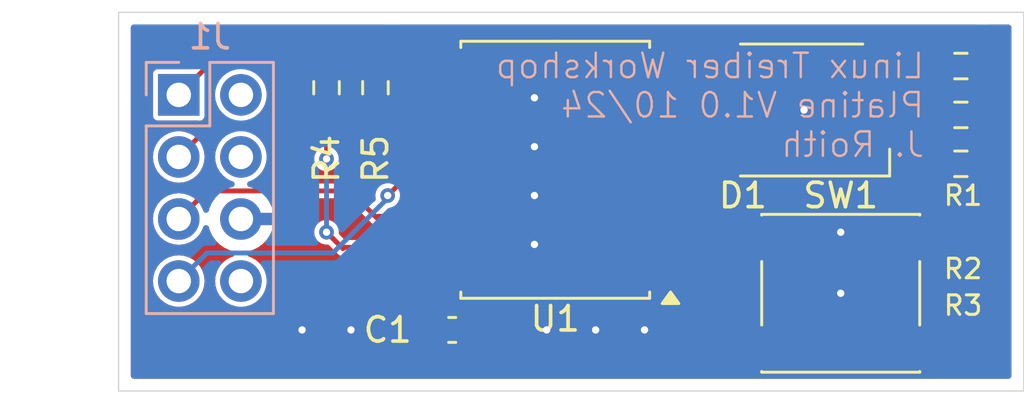
<source format=kicad_pcb>
(kicad_pcb (version 20240108) (generator "pcbnew") (generator_version "8.0")
  (layers (0 "F.Cu" signal) (31 "B.Cu" signal) (34 "B.Paste" user) (35 "F.Paste" user) (36 "B.SilkS" user "B.Silkscreen") (37 "F.SilkS" user "F.Silkscreen") (38 "B.Mask" user) (39 "F.Mask" user) (44 "Edge.Cuts" user))
  (net 0 "")
  (net 1 "GND")
  (net 2 "+3V3")
  (net 3 "Net-(D1-AB)")
  (net 4 "Net-(D1-AR)")
  (net 5 "Net-(D1-KB)")
  (net 6 "Net-(D1-AG)")
  (net 7 "Net-(D1-KG)")
  (net 8 "Net-(D1-KR)")
  (net 10 "SCL")
  (net 11 "SDA")
  (net 12 "~{INT}")
  (net 18 "Net-(U1-P0)")
  (footprint "LED_SMD:LED_RGB_5050-6" (layer "F.Cu") (at 140.42 93 180)
    (property "Reference" "D1" (at 2.4 -3.5 0) (layer "F.SilkS"))
    (property "Value" "ESS-5050RGBC-T3")
    (fp_line (start 2.5 2.7) (end -2.5 2.7) (stroke (width 0.12)) (layer "F.SilkS"))
    (fp_line (start -3.6 -1.6) (end -3.6 -2.7) (stroke (width 0.12)) (layer "F.SilkS"))
    (fp_line (start -3.6 -2.7) (end 2.5 -2.7) (stroke (width 0.12)) (layer "F.SilkS"))
    (pad "1" smd rect (at -2.4 -1.7 270) (size 1.1 2) (layers "F.Cu" "F.Paste" "F.Mask") (net 5 "Net-(D1-KB)"))
    (pad "2" smd rect (at -2.4 0 270) (size 1.1 2) (layers "F.Cu" "F.Paste" "F.Mask") (net 7 "Net-(D1-KG)"))
    (pad "3" smd rect (at -2.4 1.7 270) (size 1.1 2) (layers "F.Cu" "F.Paste" "F.Mask") (net 8 "Net-(D1-KR)"))
    (pad "4" smd rect (at 2.4 1.7 270) (size 1.1 2) (layers "F.Cu" "F.Paste" "F.Mask") (net 4 "Net-(D1-AR)"))
    (pad "5" smd rect (at 2.4 0 270) (size 1.1 2) (layers "F.Cu" "F.Paste" "F.Mask") (net 6 "Net-(D1-AG)"))
    (pad "6" smd rect (at 2.4 -1.7 270) (size 1.1 2) (layers "F.Cu" "F.Paste" "F.Mask") (net 3 "Net-(D1-AB)"))
  )
  (footprint "Resistor_SMD:R_0603_1608Metric_Pad0.98x0.95mm_HandSolder" (layer "F.Cu") (at 146.9325 93.2 180)
    (property "Reference" "R2" (at -0.0875 -6.3 0) (layer "F.SilkS") (effects (font (size 0.8 0.8) (thickness 0.125))))
    (property "Value" "470")
    (fp_line (start -0.254724 0.5225) (end 0.254724 0.5225) (stroke (width 0.12)) (layer "F.SilkS"))
    (fp_line (start -0.254724 -0.5225) (end 0.254724 -0.5225) (stroke (width 0.12)) (layer "F.SilkS"))
    (pad "1" smd roundrect (at -0.9125 0 180) (size 0.975 0.95) (layers "F.Cu" "F.Paste" "F.Mask") (net 2 "+3V3"))
    (pad "2" smd roundrect (at 0.9125 0 180) (size 0.975 0.95) (layers "F.Cu" "F.Paste" "F.Mask") (net 7 "Net-(D1-KG)"))
  )
  (footprint "Resistor_SMD:R_0603_1608Metric_Pad0.98x0.95mm_HandSolder" (layer "F.Cu") (at 123 92.0875 -90)
    (property "Reference" "R5" (at 2.9125 0 90) (layer "F.SilkS"))
    (property "Value" "10k")
    (fp_line (start -0.254724 0.5225) (end 0.254724 0.5225) (stroke (width 0.12)) (layer "F.SilkS"))
    (fp_line (start -0.254724 -0.5225) (end 0.254724 -0.5225) (stroke (width 0.12)) (layer "F.SilkS"))
    (pad "1" smd roundrect (at -0.9125 0 270) (size 0.975 0.95) (layers "F.Cu" "F.Paste" "F.Mask") (net 2 "+3V3"))
    (pad "2" smd roundrect (at 0.9125 0 270) (size 0.975 0.95) (layers "F.Cu" "F.Paste" "F.Mask") (net 10 "SCL"))
  )
  (footprint "Resistor_SMD:R_0603_1608Metric_Pad0.98x0.95mm_HandSolder" (layer "F.Cu") (at 146.9325 91.2 180)
    (property "Reference" "R1" (at -0.0875 -5.3 0) (layer "F.SilkS") (effects (font (size 0.8 0.8) (thickness 0.125))))
    (property "Value" "470")
    (fp_line (start -0.254724 0.5225) (end 0.254724 0.5225) (stroke (width 0.12)) (layer "F.SilkS"))
    (fp_line (start -0.254724 -0.5225) (end 0.254724 -0.5225) (stroke (width 0.12)) (layer "F.SilkS"))
    (pad "1" smd roundrect (at -0.9125 0 180) (size 0.975 0.95) (layers "F.Cu" "F.Paste" "F.Mask") (net 2 "+3V3"))
    (pad "2" smd roundrect (at 0.9125 0 180) (size 0.975 0.95) (layers "F.Cu" "F.Paste" "F.Mask") (net 8 "Net-(D1-KR)"))
  )
  (footprint "Button_Switch_SMD:SW_SPST_PTS645" (layer "F.Cu") (at 142.02 100.5)
    (property "Reference" "SW1" (at 0 -4 0) (layer "F.SilkS"))
    (property "Value" "SW_Push")
    (fp_line (start -3.23 -3.23) (end 3.23 -3.23) (stroke (width 0.12)) (layer "F.SilkS"))
    (fp_line (start -3.23 -3.2) (end -3.23 -3.23) (stroke (width 0.12)) (layer "F.SilkS"))
    (fp_line (start -3.23 -1.3) (end -3.23 1.3) (stroke (width 0.12)) (layer "F.SilkS"))
    (fp_line (start -3.23 3.23) (end -3.23 3.2) (stroke (width 0.12)) (layer "F.SilkS"))
    (fp_line (start -3.23 3.23) (end 3.23 3.23) (stroke (width 0.12)) (layer "F.SilkS"))
    (fp_line (start 3.23 -3.23) (end 3.23 -3.2) (stroke (width 0.12)) (layer "F.SilkS"))
    (fp_line (start 3.23 -1.3) (end 3.23 1.3) (stroke (width 0.12)) (layer "F.SilkS"))
    (fp_line (start 3.23 3.23) (end 3.23 3.2) (stroke (width 0.12)) (layer "F.SilkS"))
    (pad "1" smd rect (at -3.98 -2.25) (size 1.55 1.3) (layers "F.Cu" "F.Paste" "F.Mask") (net 1 "GND"))
    (pad "1" smd rect (at 3.98 -2.25) (size 1.55 1.3) (layers "F.Cu" "F.Paste" "F.Mask") (net 1 "GND"))
    (pad "2" smd rect (at -3.98 2.25) (size 1.55 1.3) (layers "F.Cu" "F.Paste" "F.Mask") (net 18 "Net-(U1-P0)"))
    (pad "2" smd rect (at 3.98 2.25) (size 1.55 1.3) (layers "F.Cu" "F.Paste" "F.Mask") (net 18 "Net-(U1-P0)"))
  )
  (footprint "Resistor_SMD:R_0603_1608Metric_Pad0.98x0.95mm_HandSolder" (layer "F.Cu") (at 121 92.0875 -90)
    (property "Reference" "R4" (at 2.9125 0 90) (layer "F.SilkS"))
    (property "Value" "10k")
    (fp_line (start -0.254724 0.5225) (end 0.254724 0.5225) (stroke (width 0.12)) (layer "F.SilkS"))
    (fp_line (start -0.254724 -0.5225) (end 0.254724 -0.5225) (stroke (width 0.12)) (layer "F.SilkS"))
    (pad "1" smd roundrect (at -0.9125 0 270) (size 0.975 0.95) (layers "F.Cu" "F.Paste" "F.Mask") (net 2 "+3V3"))
    (pad "2" smd roundrect (at 0.9125 0 270) (size 0.975 0.95) (layers "F.Cu" "F.Paste" "F.Mask") (net 11 "SDA"))
  )
  (footprint "Package_SO:SOIC-16W_7.5x10.3mm_P1.27mm" (layer "F.Cu") (at 130.35 95.445 180)
    (property "Reference" "U1" (at 0 -6.1 180) (layer "F.SilkS"))
    (property "Value" "PCF8574")
    (fp_line (start 3.86 5.26) (end 3.86 5.005) (stroke (width 0.12)) (layer "F.SilkS"))
    (fp_line (start 3.86 -5.26) (end 3.86 -5.005) (stroke (width 0.12)) (layer "F.SilkS"))
    (fp_line (start 0 5.26) (end 3.86 5.26) (stroke (width 0.12)) (layer "F.SilkS"))
    (fp_line (start 0 5.26) (end -3.86 5.26) (stroke (width 0.12)) (layer "F.SilkS"))
    (fp_line (start 0 -5.26) (end 3.86 -5.26) (stroke (width 0.12)) (layer "F.SilkS"))
    (fp_line (start 0 -5.26) (end -3.86 -5.26) (stroke (width 0.12)) (layer "F.SilkS"))
    (fp_line (start -3.86 5.26) (end -3.86 5.005) (stroke (width 0.12)) (layer "F.SilkS"))
    (fp_line (start -3.86 -5.26) (end -3.86 -5.005) (stroke (width 0.12)) (layer "F.SilkS"))
    (fp_poly (pts (xy -4.7125 -5.005) (xy -5.0525 -5.475) (xy -4.3725 -5.475) (xy -4.7125 -5.005)) (stroke (width 0.12)) (fill solid) (layer "F.SilkS"))
    (pad "1" smd roundrect (at -4.65 -4.445 180) (size 2.05 0.6) (layers "F.Cu" "F.Paste" "F.Mask") (net 1 "GND"))
    (pad "2" smd roundrect (at -4.65 -3.175 180) (size 2.05 0.6) (layers "F.Cu" "F.Paste" "F.Mask") (net 1 "GND"))
    (pad "3" smd roundrect (at -4.65 -1.905 180) (size 2.05 0.6) (layers "F.Cu" "F.Paste" "F.Mask") (net 1 "GND"))
    (pad "4" smd roundrect (at -4.65 -0.635 180) (size 2.05 0.6) (layers "F.Cu" "F.Paste" "F.Mask") (net 18 "Net-(U1-P0)"))
    (pad "5" smd roundrect (at -4.65 0.635 180) (size 2.05 0.6) (layers "F.Cu" "F.Paste" "F.Mask") (net 3 "Net-(D1-AB)"))
    (pad "6" smd roundrect (at -4.65 1.905 180) (size 2.05 0.6) (layers "F.Cu" "F.Paste" "F.Mask") (net 6 "Net-(D1-AG)"))
    (pad "7" smd roundrect (at -4.65 3.175 180) (size 2.05 0.6) (layers "F.Cu" "F.Paste" "F.Mask") (net 4 "Net-(D1-AR)"))
    (pad "8" smd roundrect (at -4.65 4.445 180) (size 2.05 0.6) (layers "F.Cu" "F.Paste" "F.Mask") (net 1 "GND"))
    (pad "9" smd roundrect (at 4.65 4.445 180) (size 2.05 0.6) (layers "F.Cu" "F.Paste" "F.Mask"))
    (pad "10" smd roundrect (at 4.65 3.175 180) (size 2.05 0.6) (layers "F.Cu" "F.Paste" "F.Mask"))
    (pad "11" smd roundrect (at 4.65 1.905 180) (size 2.05 0.6) (layers "F.Cu" "F.Paste" "F.Mask"))
    (pad "12" smd roundrect (at 4.65 0.635 180) (size 2.05 0.6) (layers "F.Cu" "F.Paste" "F.Mask"))
    (pad "13" smd roundrect (at 4.65 -0.635 180) (size 2.05 0.6) (layers "F.Cu" "F.Paste" "F.Mask") (net 12 "~{INT}"))
    (pad "14" smd roundrect (at 4.65 -1.905 180) (size 2.05 0.6) (layers "F.Cu" "F.Paste" "F.Mask") (net 10 "SCL"))
    (pad "15" smd roundrect (at 4.65 -3.175 180) (size 2.05 0.6) (layers "F.Cu" "F.Paste" "F.Mask") (net 11 "SDA"))
    (pad "16" smd roundrect (at 4.65 -4.445 180) (size 2.05 0.6) (layers "F.Cu" "F.Paste" "F.Mask") (net 2 "+3V3"))
  )
  (footprint "Resistor_SMD:R_0603_1608Metric_Pad0.98x0.95mm_HandSolder" (layer "F.Cu") (at 146.9325 95.2 180)
    (property "Reference" "R3" (at -0.0875 -5.8 0) (layer "F.SilkS") (effects (font (size 0.8 0.8) (thickness 0.125))))
    (property "Value" "470")
    (fp_line (start -0.254724 0.5225) (end 0.254724 0.5225) (stroke (width 0.12)) (layer "F.SilkS"))
    (fp_line (start -0.254724 -0.5225) (end 0.254724 -0.5225) (stroke (width 0.12)) (layer "F.SilkS"))
    (pad "1" smd roundrect (at -0.9125 0 180) (size 0.975 0.95) (layers "F.Cu" "F.Paste" "F.Mask") (net 2 "+3V3"))
    (pad "2" smd roundrect (at 0.9125 0 180) (size 0.975 0.95) (layers "F.Cu" "F.Paste" "F.Mask") (net 5 "Net-(D1-KB)"))
  )
  (footprint "Capacitor_SMD:C_0603_1608Metric_Pad1.08x0.95mm_HandSolder" (layer "F.Cu") (at 126.1375 102)
    (property "Reference" "C1" (at -2.6375 0 0) (layer "F.SilkS"))
    (property "Value" "100nF")
    (fp_line (start -0.146267 -0.51) (end 0.146267 -0.51) (stroke (width 0.12)) (layer "F.SilkS"))
    (fp_line (start -0.146267 0.51) (end 0.146267 0.51) (stroke (width 0.12)) (layer "F.SilkS"))
    (pad "1" smd roundrect (at -0.8625 0) (size 1.075 0.95) (layers "F.Cu" "F.Paste" "F.Mask") (net 2 "+3V3"))
    (pad "2" smd roundrect (at 0.8625 0) (size 1.075 0.95) (layers "F.Cu" "F.Paste" "F.Mask") (net 1 "GND"))
  )
  (footprint "Connector_PinSocket_2.54mm:PinSocket_2x04_P2.54mm_Vertical" (layer "B.Cu") (at 114.96 92.38 180)
    (property "Reference" "J1" (at -1.27 2.38 0) (layer "B.SilkS") (effects (justify mirror)))
    (property "Value" "Conn_02x04_Odd_Even")
    (fp_line (start 1.33 1.33) (end 0 1.33) (stroke (width 0.12)) (layer "B.SilkS"))
    (fp_line (start 1.33 0) (end 1.33 1.33) (stroke (width 0.12)) (layer "B.SilkS"))
    (fp_line (start 1.33 -1.27) (end -1.27 -1.27) (stroke (width 0.12)) (layer "B.SilkS"))
    (fp_line (start 1.33 -8.95) (end 1.33 -1.27) (stroke (width 0.12)) (layer "B.SilkS"))
    (fp_line (start 1.33 -8.95) (end -3.87 -8.95) (stroke (width 0.12)) (layer "B.SilkS"))
    (fp_line (start -1.27 1.33) (end -3.87 1.33) (stroke (width 0.12)) (layer "B.SilkS"))
    (fp_line (start -1.27 -1.27) (end -1.27 1.33) (stroke (width 0.12)) (layer "B.SilkS"))
    (fp_line (start -3.87 -8.95) (end -3.87 1.33) (stroke (width 0.12)) (layer "B.SilkS"))
    (pad "1" thru_hole rect (at 0 0 180) (size 1.7 1.7) (drill 1) (layers "*.Cu" "*.Mask") (net 2 "+3V3"))
    (pad "2" thru_hole oval (at -2.54 0 180) (size 1.7 1.7) (drill 1) (layers "*.Cu" "*.Mask"))
    (pad "3" thru_hole oval (at 0 -2.54 180) (size 1.7 1.7) (drill 1) (layers "*.Cu" "*.Mask") (net 11 "SDA"))
    (pad "4" thru_hole oval (at -2.54 -2.54 180) (size 1.7 1.7) (drill 1) (layers "*.Cu" "*.Mask"))
    (pad "5" thru_hole oval (at 0 -5.08 180) (size 1.7 1.7) (drill 1) (layers "*.Cu" "*.Mask") (net 10 "SCL"))
    (pad "6" thru_hole oval (at -2.54 -5.08 180) (size 1.7 1.7) (drill 1) (layers "*.Cu" "*.Mask") (net 1 "GND"))
    (pad "7" thru_hole oval (at 0 -7.62 180) (size 1.7 1.7) (drill 1) (layers "*.Cu" "*.Mask") (net 12 "~{INT}"))
    (pad "8" thru_hole oval (at -2.54 -7.62 180) (size 1.7 1.7) (drill 1) (layers "*.Cu" "*.Mask"))
  )
  (gr_rect (start 112.5 89) (end 149.5 104.5) (stroke (width 0.05)) (fill none) (layer "Edge.Cuts"))
  (gr_text "Linux Treiber Workshop\nPlatine V1.0 10/24\nJ. Roith" (at 145.5 95 0) (layer "B.SilkS") (effects (font (size 1 1) (thickness 0.1)) (justify left bottom mirror)))
  (segment (start 120 98.5) (end 120 102) (width 0.2) (layer "F.Cu") (net 1))
  (segment (start 117.5 97.46) (end 118.96 97.46) (width 0.2) (layer "F.Cu") (net 1))
  (segment (start 118.96 97.46) (end 120 98.5) (width 0.2) (layer "F.Cu") (net 1))
  (via (at 122 102) (size 0.6) (drill 0.3) (layers "F.Cu" "B.Cu") (net 1))
  (via (at 130 102) (size 0.6) (drill 0.3) (layers "F.Cu" "B.Cu") (net 1))
  (via (at 129.5 92.5) (size 0.6) (drill 0.3) (layers "F.Cu" "B.Cu") (net 1))
  (via (at 132 102) (size 0.6) (drill 0.3) (layers "F.Cu" "B.Cu") (net 1))
  (via (at 142.02 98) (size 0.6) (drill 0.3) (layers "F.Cu" "B.Cu") (net 1))
  (via (at 120 102) (size 0.6) (drill 0.3) (layers "F.Cu" "B.Cu") (net 1))
  (via (at 129.5 98.5) (size 0.6) (drill 0.3) (layers "F.Cu" "B.Cu") (net 1))
  (via (at 134 102) (size 0.6) (drill 0.3) (layers "F.Cu" "B.Cu") (net 1))
  (via (at 129.5 94.5) (size 0.6) (drill 0.3) (layers "F.Cu" "B.Cu") (net 1))
  (via (at 142.02 100.5) (size 0.6) (drill 0.3) (layers "F.Cu" "B.Cu") (net 1))
  (via (at 129.5 96.5) (size 0.6) (drill 0.3) (layers "F.Cu" "B.Cu") (net 1))
  (via (at 140.52 93) (size 0.6) (drill 0.3) (layers "F.Cu" "B.Cu") (net 1))
  (segment (start 128 99.5) (end 128 90) (width 0.2) (layer "F.Cu") (net 2))
  (segment (start 125.275 100.315) (end 125.275 102) (width 0.2) (layer "F.Cu") (net 2))
  (segment (start 121 91.175) (end 116.165 91.175) (width 0.2) (layer "F.Cu") (net 2))
  (segment (start 116.165 91.175) (end 114.96 92.38) (width 0.2) (layer "F.Cu") (net 2))
  (segment (start 123 91.175) (end 123 90.6) (width 0.2) (layer "F.Cu") (net 2))
  (segment (start 125.7 99.89) (end 127.61 99.89) (width 0.2) (layer "F.Cu") (net 2))
  (segment (start 147.5 89.6) (end 127.6 89.6) (width 0.2) (layer "F.Cu") (net 2))
  (segment (start 124 89.6) (end 127.6 89.6) (width 0.2) (layer "F.Cu") (net 2))
  (segment (start 147.845 95.2) (end 147.845 93.2) (width 0.2) (layer "F.Cu") (net 2))
  (segment (start 125.5375 101.7375) (end 125.275 102) (width 0.2) (layer "F.Cu") (net 2))
  (segment (start 128 90) (end 127.6 89.6) (width 0.2) (layer "F.Cu") (net 2))
  (segment (start 125.7 99.89) (end 125.275 100.315) (width 0.2) (layer "F.Cu") (net 2))
  (segment (start 127.61 99.89) (end 128 99.5) (width 0.2) (layer "F.Cu") (net 2))
  (segment (start 147.845 91.2) (end 147.845 89.945) (width 0.2) (layer "F.Cu") (net 2))
  (segment (start 123 91.175) (end 121 91.175) (width 0.2) (layer "F.Cu") (net 2))
  (segment (start 147.845 91.2) (end 147.845 93.2) (width 0.2) (layer "F.Cu") (net 2))
  (segment (start 123 90.6) (end 124 89.6) (width 0.2) (layer "F.Cu") (net 2))
  (segment (start 147.845 89.945) (end 147.5 89.6) (width 0.2) (layer "F.Cu") (net 2))
  (segment (start 135.11 94.7) (end 135 94.81) (width 0.2) (layer "F.Cu") (net 3))
  (segment (start 138.02 94.7) (end 135.11 94.7) (width 0.2) (layer "F.Cu") (net 3))
  (segment (start 136.994999 91.3) (end 138.02 91.3) (width 0.2) (layer "F.Cu") (net 4))
  (segment (start 135 92.27) (end 136.024999 92.27) (width 0.2) (layer "F.Cu") (net 4))
  (segment (start 136.024999 92.27) (end 136.994999 91.3) (width 0.2) (layer "F.Cu") (net 4))
  (segment (start 145.52 94.7) (end 146.02 95.2) (width 0.2) (layer "F.Cu") (net 5))
  (segment (start 142.82 94.7) (end 145.52 94.7) (width 0.2) (layer "F.Cu") (net 5))
  (segment (start 137.48 93.54) (end 138.02 93) (width 0.2) (layer "F.Cu") (net 6))
  (segment (start 135 93.54) (end 137.48 93.54) (width 0.2) (layer "F.Cu") (net 6))
  (segment (start 145.82 93) (end 146.02 93.2) (width 0.2) (layer "F.Cu") (net 7))
  (segment (start 142.82 93) (end 145.82 93) (width 0.2) (layer "F.Cu") (net 7))
  (segment (start 142.92 91.2) (end 142.82 91.3) (width 0.2) (layer "F.Cu") (net 8))
  (segment (start 146.02 91.2) (end 142.92 91.2) (width 0.2) (layer "F.Cu") (net 8))
  (segment (start 123.1 97.35) (end 123.045 97.405) (width 0.2) (layer "F.Cu") (net 10))
  (segment (start 125.7 97.35) (end 123.1 97.35) (width 0.2) (layer "F.Cu") (net 10))
  (segment (start 122.07 96.43) (end 123 95.5) (width 0.2) (layer "F.Cu") (net 10))
  (segment (start 123 95.5) (end 123 93) (width 0.2) (layer "F.Cu") (net 10))
  (segment (start 121.95 96.31) (end 122.07 96.43) (width 0.2) (layer "F.Cu") (net 10))
  (segment (start 114.96 97.46) (end 116.11 96.31) (width 0.2) (layer "F.Cu") (net 10))
  (segment (start 116.11 96.31) (end 121.95 96.31) (width 0.2) (layer "F.Cu") (net 10))
  (segment (start 123.045 97.405) (end 122.07 96.43) (width 0.2) (layer "F.Cu") (net 10))
  (segment (start 125.7 98.62) (end 121.62 98.62) (width 0.2) (layer "F.Cu") (net 11))
  (segment (start 121 98) (end 121.675 98.675) (width 0.2) (layer "F.Cu") (net 11))
  (segment (start 121 93) (end 121 95) (width 0.2) (layer "F.Cu") (net 11))
  (segment (start 121 93) (end 120.23 93.77) (width 0.2) (layer "F.Cu") (net 11))
  (segment (start 120.23 93.77) (end 116.11 93.77) (width 0.2) (layer "F.Cu") (net 11))
  (segment (start 121.62 98.62) (end 121 98) (width 0.2) (layer "F.Cu") (net 11))
  (segment (start 116.11 93.77) (end 114.96 94.92) (width 0.2) (layer "F.Cu") (net 11))
  (via (at 121 98) (size 0.6) (drill 0.3) (layers "F.Cu" "B.Cu") (net 11))
  (via (at 121 95) (size 0.6) (drill 0.3) (layers "F.Cu" "B.Cu") (net 11))
  (segment (start 121 98) (end 121 95) (width 0.2) (layer "B.Cu") (net 11))
  (segment (start 125.7 96.08) (end 123.92 96.08) (width 0.2) (layer "F.Cu") (net 12))
  (segment (start 123.92 96.08) (end 123.5 96.5) (width 0.2) (layer "F.Cu") (net 12))
  (via (at 123.5 96.5) (size 0.6) (drill 0.3) (layers "F.Cu" "B.Cu") (net 12))
  (segment (start 123.5 96.5) (end 123.5 96.61) (width 0.2) (layer "B.Cu") (net 12))
  (segment (start 116.11 98.85) (end 114.96 100) (width 0.2) (layer "B.Cu") (net 12))
  (segment (start 121.26 98.85) (end 116.11 98.85) (width 0.2) (layer "B.Cu") (net 12))
  (segment (start 123.5 96.61) (end 121.26 98.85) (width 0.2) (layer "B.Cu") (net 12))
  (segment (start 135 96.08) (end 133.42 96.08) (width 0.2) (layer "F.Cu") (net 18))
  (segment (start 133 96.5) (end 133 102) (width 0.2) (layer "F.Cu") (net 18))
  (segment (start 138.04 102.75) (end 146 102.75) (width 0.2) (layer "F.Cu") (net 18))
  (segment (start 133.42 96.08) (end 133 96.5) (width 0.2) (layer "F.Cu") (net 18))
  (segment (start 133 102) (end 133.75 102.75) (width 0.2) (layer "F.Cu") (net 18))
  (segment (start 133.75 102.75) (end 138.04 102.75) (width 0.2) (layer "F.Cu") (net 18))
  (zone (net 1) (net_name "GND") (layers "F&B.Cu") (name "GND") (connect_pads (clearance 0)) (min_thickness 0.25) (fill yes (thermal_gap 0.5) (thermal_bridge_width 0.5))
    (polygon (pts (xy 112.5 89) (xy 112.5 104.5) (xy 149.5 104.5) (xy 149.5 89)))
  )
)
</source>
